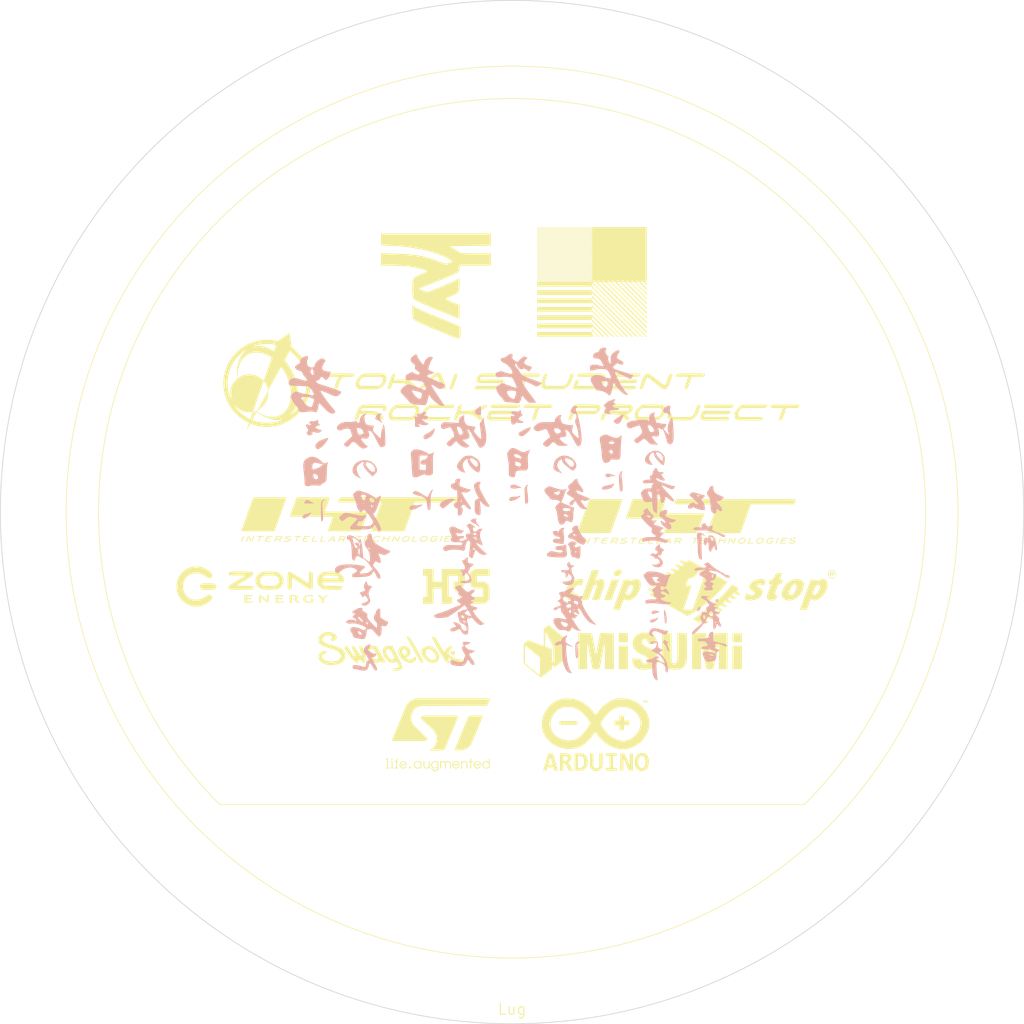
<source format=kicad_pcb>
(kicad_pcb (version 20221018) (generator pcbnew)
  (layers (0 "F.Cu" signal) (31 "B.Cu" signal) (34 "B.Paste" user) (35 "F.Paste" user) (36 "B.SilkS" user "B.Silkscreen") (37 "F.SilkS" user "F.Silkscreen") (38 "B.Mask" user) (39 "F.Mask" user) (44 "Edge.Cuts" user))
  (net 0 "")
  (footprint "MountingHole:MountingHole_3.2mm_M3" (layer "F.Cu") (at 205.90971 54.888059)
    (fp_text reference "REF**" hide)
    (fp_text value "MountingHole_3.2mm_M3" hide)
    (pad "" np_thru_hole circle (at 0 0) (size 3.2 3.2) (drill 3.2) (layers "*.Cu" "*.Mask"))
  )
  (footprint "LOGO" (layer "F.Cu") (at 133.108059 106.438059)
    (fp_text reference "G***" hide)
    (fp_text value "LOGO" hide)
  )
  (footprint "MountingHole:MountingHole_3.2mm_M3" (layer "F.Cu") (at 195.58 133.35)
    (fp_text reference "REF**" hide)
    (fp_text value "MountingHole_3.2mm_M3" hide)
    (pad "" np_thru_hole circle (at 0 0) (size 3.2 3.2) (drill 3.2) (layers "*.Cu" "*.Mask"))
  )
  (footprint "MountingHole:MountingHole_3.2mm_M3" (layer "F.Cu") (at 166.441297 150.173238)
    (fp_text reference "REF**" hide)
    (fp_text value "MountingHole_3.2mm_M3" hide)
    (pad "" np_thru_hole circle (at 0 0) (size 3.2 3.2) (drill 3.2) (layers "*.Cu" "*.Mask"))
  )
  (footprint "LOGO" (layer "F.Cu") (at 176.288059 98.818059)
    (fp_text reference "G***" hide)
    (fp_text value "LOGO" hide)
  )
  (footprint "MountingHole:MountingHole_3.2mm_M3" (layer "F.Cu") (at 84.618059 87.388059)
    (fp_text reference "REF**" hide)
    (fp_text value "MountingHole_3.2mm_M3" hide)
    (pad "" np_thru_hole circle (at 0 0) (size 3.2 3.2) (drill 3.2) (layers "*.Cu" "*.Mask"))
  )
  (footprint "LOGO" (layer "F.Cu") (at 160.540059 55.892059)
    (fp_text reference "G***" hide)
    (fp_text value "LOGO" hide)
  )
  (footprint "MountingHole:MountingHole_5.5mm" (layer "F.Cu") (at 149.618059 36.588059)
    (fp_text reference "REF**" hide)
    (fp_text value "MountingHole_5.5mm" hide)
    (pad "" np_thru_hole circle (at 0 0) (size 5.5 5.5) (drill 5.5) (layers "*.Cu" "*.Mask"))
  )
  (footprint "MountingHole:MountingHole_3.2mm_M3" (layer "F.Cu") (at 132.794821 24.60288)
    (fp_text reference "REF**" hide)
    (fp_text value "MountingHole_3.2mm_M3" hide)
    (pad "" np_thru_hole circle (at 0 0) (size 3.2 3.2) (drill 3.2) (layers "*.Cu" "*.Mask"))
  )
  (footprint "LOGO" (layer "F.Cu") (at 166.128059 106.438059)
    (fp_text reference "G***" hide)
    (fp_text value "LOGO" hide)
  )
  (footprint "MountingHole:MountingHole_5.5mm" (layer "F.Cu") (at 98.818059 87.388059)
    (fp_text reference "REF**" hide)
    (fp_text value "MountingHole_5.5mm" hide)
    (pad "" np_thru_hole circle (at 0 0) (size 5.5 5.5) (drill 5.5) (layers "*.Cu" "*.Mask"))
  )
  (footprint "LOGO" (layer "F.Cu") (at 127.520059 88.404059)
    (fp_text reference "G***" hide)
    (fp_text value "LOGO" hide)
  )
  (footprint "MountingHole:MountingHole_3.2mm_M3" (layer "F.Cu") (at 205.90971 119.888059)
    (fp_text reference "REF**" hide)
    (fp_text value "MountingHole_3.2mm_M3" hide)
    (pad "" np_thru_hole circle (at 0 0) (size 3.2 3.2) (drill 3.2) (layers "*.Cu" "*.Mask"))
  )
  (footprint "MountingHole:MountingHole_3.2mm_M3" (layer "F.Cu") (at 166.441297 24.60288)
    (fp_text reference "REF**" hide)
    (fp_text value "MountingHole_3.2mm_M3" hide)
    (pad "" np_thru_hole circle (at 0 0) (size 3.2 3.2) (drill 3.2) (layers "*.Cu" "*.Mask"))
  )
  (footprint "LOGO" (layer "F.Cu") (at 139.458059 117.868059)
    (fp_text reference "G***" hide)
    (fp_text value "LOGO" hide)
  )
  (footprint "MountingHole:MountingHole_3.2mm_M3" (layer "F.Cu") (at 86.83288 104.211297)
    (fp_text reference "REF**" hide)
    (fp_text value "MountingHole_3.2mm_M3" hide)
    (pad "" np_thru_hole circle (at 0 0) (size 3.2 3.2) (drill 3.2) (layers "*.Cu" "*.Mask"))
  )
  (footprint "MountingHole:MountingHole_3.2mm_M3" (layer "F.Cu") (at 182.118059 143.67971)
    (fp_text reference "REF**" hide)
    (fp_text value "MountingHole_3.2mm_M3" hide)
    (pad "" np_thru_hole circle (at 0 0) (size 3.2 3.2) (drill 3.2) (layers "*.Cu" "*.Mask"))
  )
  (footprint "MountingHole:MountingHole_3.2mm_M3" (layer "F.Cu") (at 103.656118 133.35)
    (fp_text reference "REF**" hide)
    (fp_text value "MountingHole_3.2mm_M3" hide)
    (pad "" np_thru_hole circle (at 0 0) (size 3.2 3.2) (drill 3.2) (layers "*.Cu" "*.Mask"))
  )
  (footprint "MountingHole:MountingHole_3.2mm_M3" (layer "F.Cu") (at 182.118059 31.096408)
    (fp_text reference "REF**" hide)
    (fp_text value "MountingHole_3.2mm_M3" hide)
    (pad "" np_thru_hole circle (at 0 0) (size 3.2 3.2) (drill 3.2) (layers "*.Cu" "*.Mask"))
  )
  (footprint "MountingHole:MountingHole_3.2mm_M3" (layer "F.Cu") (at 86.83288 70.564821)
    (fp_text reference "REF**" hide)
    (fp_text value "MountingHole_3.2mm_M3" hide)
    (pad "" np_thru_hole circle (at 0 0) (size 3.2 3.2) (drill 3.2) (layers "*.Cu" "*.Mask"))
  )
  (footprint "MountingHole:MountingHole_6mm" (layer "F.Cu") (at 129.618059 135.388059)
    (fp_text reference "REF**" hide)
    (fp_text value "MountingHole_8.2mm" hide)
    (pad "" np_thru_hole circle (at 0 0) (size 8.2 8.2) (drill 8.2) (layers "F&B.Cu" "*.Mask"))
  )
  (footprint "MountingHole:MountingHole_8.4mm_M8" (layer "F.Cu") (at 149.618059 137.388059)
    (fp_text reference "REF**" hide)
    (fp_text value "MountingHole_10.2mm" hide)
    (pad "" np_thru_hole circle (at 0 0) (size 10.2 10.2) (drill 10.2) (layers "F&B.Cu" "*.Mask"))
  )
  (footprint "MountingHole:MountingHole_3.2mm_M3" (layer "F.Cu") (at 212.403238 70.564821)
    (fp_text reference "REF**" hide)
    (fp_text value "MountingHole_3.2mm_M3" hide)
    (pad "" np_thru_hole circle (at 0 0) (size 3.2 3.2) (drill 3.2) (layers "*.Cu" "*.Mask"))
  )
  (footprint "MountingHole:MountingHole_4.3mm_M4" (layer "F.Cu") (at 119.618059 57.388059)
    (fp_text reference "REF**" hide)
    (fp_text value "MountingHole_4.3mm_M4" hide)
    (pad "" np_thru_hole circle (at 0 0) (size 4.3 4.3) (drill 4.3) (layers "*.Cu" "*.Mask"))
  )
  (footprint "MountingHole:MountingHole_3.2mm_M3" (layer "F.Cu") (at 195.58 41.426118)
    (fp_text reference "REF**" hide)
    (fp_text value "MountingHole_3.2mm_M3" hide)
    (pad "" np_thru_hole circle (at 0 0) (size 3.2 3.2) (drill 3.2) (layers "*.Cu" "*.Mask"))
  )
  (footprint "LOGO" (layer "F.Cu") (at 115.328059 97.548059)
    (fp_text reference "G***" hide)
    (fp_text value "LOGO" hide)
  )
  (footprint "MountingHole:MountingHole_3.2mm_M3" (layer "F.Cu") (at 103.656118 41.426118)
    (fp_text reference "REF**" hide)
    (fp_text value "MountingHole_3.2mm_M3" hide)
    (pad "" np_thru_hole circle (at 0 0) (size 3.2 3.2) (drill 3.2) (layers "*.Cu" "*.Mask"))
  )
  (footprint "MountingHole:MountingHole_4.3mm_M4" (layer "F.Cu") (at 179.618059 57.388059)
    (fp_text reference "REF**" hide)
    (fp_text value "MountingHole_4.3mm_M4" hide)
    (pad "" np_thru_hole circle (at 0 0) (size 4.3 4.3) (drill 4.3) (layers "*.Cu" "*.Mask"))
  )
  (footprint "LOGO" (layer "F.Cu") (at 173.494059 88.658059)
    (fp_text reference "G***" hide)
    (fp_text value "LOGO" hide)
  )
  (footprint "MountingHole:MountingHole_3.2mm_M3" (layer "F.Cu") (at 132.794821 150.173238)
    (fp_text reference "REF**" hide)
    (fp_text value "MountingHole_3.2mm_M3" hide)
    (pad "" np_thru_hole circle (at 0 0) (size 3.2 3.2) (drill 3.2) (layers "*.Cu" "*.Mask"))
  )
  (footprint "MountingHole:MountingHole_5.5mm" (layer "F.Cu") (at 200.418059 87.388059)
    (fp_text reference "REF**" hide)
    (fp_text value "MountingHole_5.5mm" hide)
    (pad "" np_thru_hole circle (at 0 0) (size 5.5 5.5) (drill 5.5) (layers "*.Cu" "*.Mask"))
  )
  (footprint "MountingHole:MountingHole_3.2mm_M3" (layer "F.Cu") (at 93.326408 119.888059)
    (fp_text reference "REF**" hide)
    (fp_text value "MountingHole_3.2mm_M3" hide)
    (pad "" np_thru_hole circle (at 0 0) (size 3.2 3.2) (drill 3.2) (layers "*.Cu" "*.Mask"))
  )
  (footprint "LOGO" (layer "F.Cu") (at 141.998059 97.548059)
    (fp_text reference "G***" hide)
    (fp_text value "LOGO" hide)
  )
  (footprint "MountingHole:MountingHole_3.2mm_M3" (layer "F.Cu") (at 117.118059 143.67971)
    (fp_text reference "REF**" hide)
    (fp_text value "MountingHole_3.2mm_M3" hide)
    (pad "" np_thru_hole circle (at 0 0) (size 3.2 3.2) (drill 3.2) (layers "*.Cu" "*.Mask"))
  )
  (footprint "LOGO" (layer "F.Cu") (at 139.204059 56.400059)
    (fp_text reference "G***" hide)
    (fp_text value "LOGO" hide)
  )
  (footprint "MountingHole:MountingHole_3.2mm_M3" (layer "F.Cu") (at 149.618059 22.388059)
    (fp_text reference "REF**" hide)
    (fp_text value "MountingHole_3.2mm_M3" hide)
    (pad "" np_thru_hole circle (at 0 0) (size 3.2 3.2) (drill 3.2) (layers "*.Cu" "*.Mask"))
  )
  (footprint "MountingHole:MountingHole_3.2mm_M3" (layer "F.Cu") (at 214.618059 87.388059)
    (fp_text reference "REF**" hide)
    (fp_text value "MountingHole_3.2mm_M3" hide)
    (pad "" np_thru_hole circle (at 0 0) (size 3.2 3.2) (drill 3.2) (layers "*.Cu" "*.Mask"))
  )
  (footprint "MountingHole:MountingHole_3.2mm_M3" (layer "F.Cu") (at 93.326408 54.888059)
    (fp_text reference "REF**" hide)
    (fp_text value "MountingHole_3.2mm_M3" hide)
    (pad "" np_thru_hole circle (at 0 0) (size 3.2 3.2) (drill 3.2) (layers "*.Cu" "*.Mask"))
  )
  (footprint "MountingHole:MountingHole_6mm" (layer "F.Cu") (at 169.618059 135.388059)
    (fp_text reference "REF**" hide)
    (fp_text value "MountingHole_8.2mm" hide)
    (pad "" np_thru_hole circle (at 0 0) (size 8.2 8.2) (drill 8.2) (layers "*.Cu" "*.Mask"))
  )
  (footprint "MountingHole:MountingHole_3.2mm_M3" (layer "F.Cu") (at 117.118059 31.096408)
    (fp_text reference "REF**" hide)
    (fp_text value "MountingHole_3.2mm_M3" hide)
    (pad "" np_thru_hole circle (at 0 0) (size 3.2 3.2) (drill 3.2) (layers "*.Cu" "*.Mask"))
  )
  (footprint "MountingHole:MountingHole_4.3mm_M4" (layer "F.Cu") (at 119.618059 117.388059)
    (fp_text reference "REF**" hide)
    (fp_text value "MountingHole_4.3mm_M4" hide)
    (pad "" np_thru_hole circle (at 0 0) (size 4.3 4.3) (drill 4.3) (layers "*.Cu" "*.Mask"))
  )
  (footprint "MountingHole:MountingHole_4.3mm_M4" (layer "F.Cu") (at 179.618059 117.388059)
    (fp_text reference "REF**" hide)
    (fp_text value "MountingHole_4.3mm_M4" hide)
    (pad "" np_thru_hole circle (at 0 0) (size 4.3 4.3) (drill 4.3) (layers "*.Cu" "*.Mask"))
  )
  (footprint "LOGO" (layer "F.Cu") (at 161.048059 117.868059)
    (fp_text reference "G***" hide)
    (fp_text value "LOGO" hide)
  )
  (footprint "MountingHole:MountingHole_3.2mm_M3" (layer "F.Cu") (at 212.403238 104.211297)
    (fp_text reference "REF**" hide)
    (fp_text value "MountingHole_3.2mm_M3" hide)
    (pad "" np_thru_hole circle (at 0 0) (size 3.2 3.2) (drill 3.2) (layers "*.Cu" "*.Mask"))
  )
  (footprint "LOGO" (layer "F.Cu") (at 149.618059 69.608059)
    (fp_text reference "G***" hide)
    (fp_text value "LOGO" hide)
  )
  (footprint "MountingHole:MountingHole_3.2mm_M3" (layer "F.Cu") (at 149.618059 152.388059)
    (fp_text reference "REF**" hide)
    (fp_text value "MountingHole_3.2mm_M3" hide)
    (pad "" np_thru_hole circle (at 0 0) (size 3.2 3.2) (drill 3.2) (layers "*.Cu" "*.Mask"))
  )
  (footprint "LOGO" (layer "B.Cu") (at 149.618059 87.388059 180)
    (fp_text reference "G***" hide)
    (fp_text value "LOGO" hide)
  )
  (gr_circle (center 149.618059 87.388059) (end 210.618059 87.388059) (stroke (width 0.1)) (fill none) (layer "F.SilkS"))
  (gr_line (start 109.618059 127.388059) (end 189.618059 127.388059) (stroke (width 0.1)) (layer "F.SilkS"))
  (gr_arc (start 109.618059 127.388059) (mid 149.618059 30.819517) (end 189.618059 127.388059) (stroke (width 0.1)) (layer "F.SilkS"))
  (gr_circle (center 149.618059 87.388059) (end 219.618059 87.388059) (stroke (width 0.1)) (fill none) (layer "Edge.Cuts"))
  (gr_text "Lug" (at 149.618059 155.388059) (layer "F.SilkS") (effects (font (size 1.5 1.5))))
)
</source>
